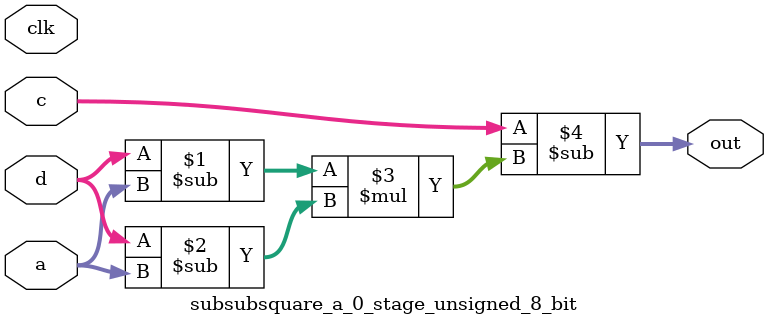
<source format=sv>
(* use_dsp = "yes" *) module subsubsquare_a_0_stage_unsigned_8_bit(
	input  [7:0] a,
	input  [7:0] c,
	input  [7:0] d,
	output [7:0] out,
	input clk);

	assign out = c - ((d - a) * (d - a));
endmodule

</source>
